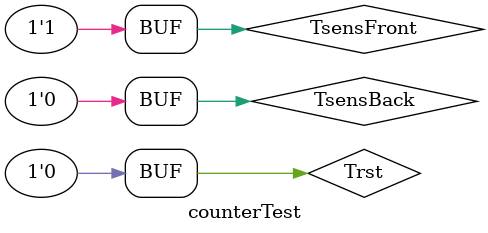
<source format=v>
module counterTest
();
reg TsensFront, TsensBack, Trst;
wire Tfullflag, Temptyflag;
wire [2:0] out;
UDCfsm test(
    .sens_front(TsensFront),
    .sens_back(TsensBack),
    .rst(Trst),
    .fflag(Tfullflag),
    .eflag(Temptyflag),
    .p_count(out)
);
initial begin
    Trst = 1'b0; // Empty Flag =1 , pcount =0
    TsensBack = 1'b1;
    TsensFront = 1'b1; 
    #5
    Trst = 1'b1; 
    TsensBack = 1'b1;
    TsensFront = 1'b1; // stays at zero displaying message that system is ready
    #5
    TsensFront = 1'b0; // pcount increments by 1 becomes => 1
    #5
    TsensFront = 1'b1;
    #5
    TsensFront = 1'b0; // pcount increments by 1 becomes => 2
    #5
    TsensFront = 1'b1;
    #5
    TsensFront = 1'b0; // pcount increments by 1 becomes => 3
    #5
    TsensFront = 1'b1;
    #5
    TsensFront = 1'b0; // pcount increments by 1 becomes => 4
    #5
    TsensFront = 1'b1;
    #5
    TsensFront = 1'b0; // pcount increments by 1 becomes => 5
    #5
    TsensFront = 1'b1;
    #5
    TsensFront = 1'b0; // pcount increments by 1 becomes => 6
    #5
    TsensFront = 1'b1;
    #5
    TsensFront = 1'b0; // pcount increments by 1 becomes => 7
    #5
    TsensFront = 1'b1;
    #5
    TsensFront = 1'b0; // pcount stays at 7 with warning message and Full Flag = 1
    #5
    TsensFront = 1'b1;
    #5
    TsensBack = 1'b0; // pcount decrements by 1 becomes => 6
    #5
    TsensBack = 1'b1;
    #5
    TsensBack = 1'b0; // pcount decrements by 1 becomes => 5
    #5
    TsensBack = 1'b1;
    #5
    TsensBack = 1'b0; // pcount decrements by 1 becomes => 4
    #5
    TsensBack = 1'b1;
    #5
    TsensBack = 1'b0; // pcount decrements by 1 becomes => 3
    #5
    TsensBack = 1'b1;
    #5
    TsensBack = 1'b0; // pcount decrements by 1 becomes => 2
    #5
    TsensBack = 1'b1;
    #5
    TsensBack = 1'b0; // pcount decrements by 1 becomes => 1
    #5
    TsensBack = 1'b1;
    #5
    TsensBack = 1'b0; // pcount decrements by 1 becomes => 0
    #5
    TsensBack = 1'b1;
    #5
    TsensBack = 1'b0; // pcount stays at 0, pops up mesaage indicates that the queue is empty, Empty flag=1 
    #5
    Trst = 1'b0; //resets the system again > Pcount=0, full flag=0, empty flag=1

end
endmodule
</source>
